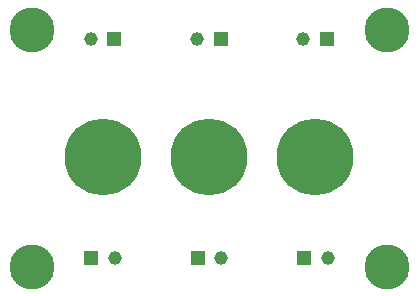
<source format=gbr>
%TF.GenerationSoftware,KiCad,Pcbnew,(6.0.4)*%
%TF.CreationDate,2023-03-31T12:06:15-04:00*%
%TF.ProjectId,switches,73776974-6368-4657-932e-6b696361645f,rev?*%
%TF.SameCoordinates,Original*%
%TF.FileFunction,Soldermask,Bot*%
%TF.FilePolarity,Negative*%
%FSLAX46Y46*%
G04 Gerber Fmt 4.6, Leading zero omitted, Abs format (unit mm)*
G04 Created by KiCad (PCBNEW (6.0.4)) date 2023-03-31 12:06:15*
%MOMM*%
%LPD*%
G01*
G04 APERTURE LIST*
%ADD10C,3.800000*%
%ADD11C,6.500000*%
%ADD12C,1.150000*%
%ADD13R,1.150000X1.150000*%
G04 APERTURE END LIST*
D10*
%TO.C,REF\u002A\u002A*%
X150534000Y-56325000D03*
%TD*%
D11*
%TO.C,SW3*%
X174500000Y-67125000D03*
%TD*%
%TO.C,SW2*%
X165500000Y-67125000D03*
%TD*%
D10*
%TO.C,REF\u002A\u002A*%
X150534000Y-76375000D03*
%TD*%
D12*
%TO.C,J6*%
X173459000Y-57100000D03*
D13*
X175466000Y-57100000D03*
%TD*%
%TO.C,J5*%
X173534000Y-75650000D03*
D12*
X175541000Y-75650000D03*
%TD*%
D13*
%TO.C,J4*%
X166466000Y-57100000D03*
D12*
X164459000Y-57100000D03*
%TD*%
D10*
%TO.C,REF\u002A\u002A*%
X180534000Y-56375000D03*
%TD*%
D11*
%TO.C,SW1*%
X156500000Y-67125000D03*
%TD*%
D13*
%TO.C,J3*%
X164534000Y-75650000D03*
D12*
X166541000Y-75650000D03*
%TD*%
D13*
%TO.C,J2*%
X157466000Y-57100000D03*
D12*
X155459000Y-57100000D03*
%TD*%
D10*
%TO.C,REF\u002A\u002A*%
X180534000Y-76375000D03*
%TD*%
D12*
%TO.C,J1*%
X157541000Y-75650000D03*
D13*
X155534000Y-75650000D03*
%TD*%
M02*

</source>
